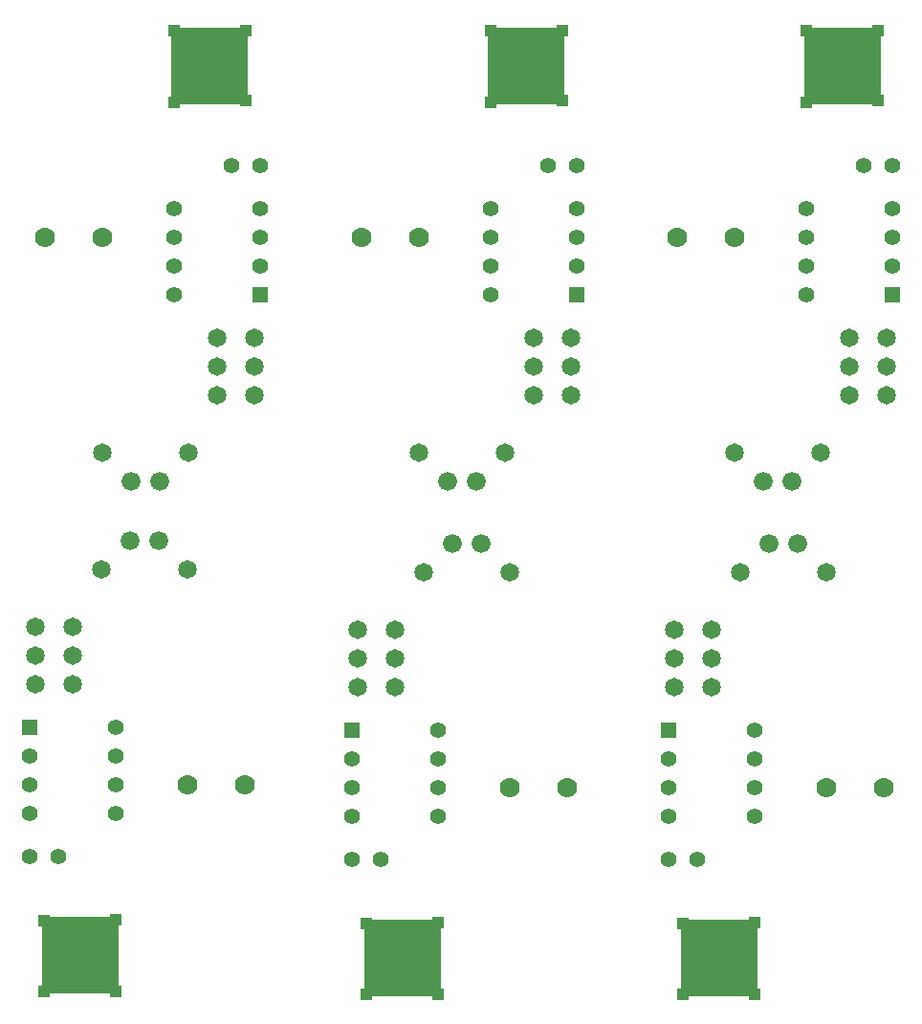
<source format=gbs>
%MOIN*%
%OFA0B0*%
%FSLAX46Y46*%
%IPPOS*%
%LPD*%
%ADD10C,0.005905511811023622*%
%ADD11C,0.065*%
%ADD12R,0.055000000000000007X0.055000000000000007*%
%ADD13C,0.055000000000000007*%
%ADD14C,0.07*%
%ADD15R,0.04X0.04*%
%ADD16R,0.27X0.27*%
%ADD17C,0.066*%
%ADD28C,0.005905511811023622*%
%ADD29C,0.065*%
%ADD30R,0.055000000000000007X0.055000000000000007*%
%ADD31C,0.055000000000000007*%
%ADD32C,0.07*%
%ADD33R,0.04X0.04*%
%ADD34R,0.27X0.27*%
%ADD35C,0.066*%
%ADD36C,0.005905511811023622*%
%ADD37C,0.065*%
%ADD38R,0.055000000000000007X0.055000000000000007*%
%ADD39C,0.055000000000000007*%
%ADD40C,0.07*%
%ADD41R,0.04X0.04*%
%ADD42R,0.27X0.27*%
%ADD43C,0.066*%
%ADD44C,0.005905511811023622*%
%ADD45C,0.065*%
%ADD46R,0.055000000000000007X0.055000000000000007*%
%ADD47C,0.055000000000000007*%
%ADD48C,0.07*%
%ADD49R,0.04X0.04*%
%ADD50R,0.27X0.27*%
%ADD51C,0.066*%
%ADD52C,0.005905511811023622*%
%ADD53C,0.065*%
%ADD54R,0.055000000000000007X0.055000000000000007*%
%ADD55C,0.055000000000000007*%
%ADD56C,0.07*%
%ADD57R,0.04X0.04*%
%ADD58R,0.27X0.27*%
%ADD59C,0.066*%
%ADD60C,0.005905511811023622*%
%ADD61C,0.065*%
%ADD62R,0.055000000000000007X0.055000000000000007*%
%ADD63C,0.055000000000000007*%
%ADD64C,0.07*%
%ADD65R,0.04X0.04*%
%ADD66R,0.27X0.27*%
%ADD67C,0.066*%
G01*
D10*
D11*
X-0005099999Y0005600000D02*
X0000250000Y0001450000D03*
X0000250000Y0001550000D03*
X0000250000Y0001350000D03*
X0000120000Y0001550000D03*
X0000120000Y0001450000D03*
X0000120000Y0001350000D03*
D12*
X0000100000Y0001200000D03*
D13*
X0000100000Y0001100000D03*
X0000100000Y0001000000D03*
X0000100000Y0000900000D03*
X0000400000Y0000900000D03*
X0000400000Y0001000000D03*
X0000400000Y0001100000D03*
X0000400000Y0001200000D03*
D14*
X0000850000Y0001000000D03*
X0000650000Y0001000000D03*
D11*
X0000650000Y0001750000D03*
X0000350000Y0001750000D03*
D15*
X0000400000Y0000530000D03*
X0000150000Y0000525000D03*
X0000400000Y0000280000D03*
X0000150000Y0000280000D03*
D16*
X0000275000Y0000405000D03*
D13*
X0000100000Y0000750000D03*
X0000200000Y0000750000D03*
D17*
X0000550000Y0001850000D03*
X0000450000Y0001850000D03*
G04 next file*
G04 #@! TF.FileFunction,Soldermask,Bot*
G04 Gerber Fmt 4.6, Leading zero omitted, Abs format (unit mm)*
G04 Created by KiCad (PCBNEW 4.0.7) date 02/16/20 19:40:50*
G01*
G04 APERTURE LIST*
G04 APERTURE END LIST*
D28*
D29*
X0006102362Y-0001692913D02*
X0000752362Y0002457086D03*
X0000752362Y0002357086D03*
X0000752362Y0002557086D03*
X0000882362Y0002357086D03*
X0000882362Y0002457086D03*
X0000882362Y0002557086D03*
D30*
X0000902362Y0002707086D03*
D31*
X0000902362Y0002807086D03*
X0000902362Y0002907086D03*
X0000902362Y0003007086D03*
X0000602362Y0003007086D03*
X0000602362Y0002907086D03*
X0000602362Y0002807086D03*
X0000602362Y0002707086D03*
D32*
X0000152362Y0002907086D03*
X0000352362Y0002907086D03*
D29*
X0000352362Y0002157086D03*
X0000652362Y0002157086D03*
D33*
X0000602362Y0003377086D03*
X0000852362Y0003382086D03*
X0000602362Y0003627086D03*
X0000852362Y0003627086D03*
D34*
X0000727362Y0003502086D03*
D31*
X0000902362Y0003157086D03*
X0000802362Y0003157086D03*
D35*
X0000452362Y0002057086D03*
X0000552362Y0002057086D03*
G04 next file*
G04 #@! TF.FileFunction,Soldermask,Bot*
G04 Gerber Fmt 4.6, Leading zero omitted, Abs format (unit mm)*
G04 Created by KiCad (PCBNEW 4.0.7) date 02/16/20 19:40:50*
G01*
G04 APERTURE LIST*
G04 APERTURE END LIST*
D36*
D37*
X-0003976377Y0005590551D02*
X0001373622Y0001440551D03*
X0001373622Y0001540551D03*
X0001373622Y0001340551D03*
X0001243622Y0001540551D03*
X0001243622Y0001440551D03*
X0001243622Y0001340551D03*
D38*
X0001223622Y0001190551D03*
D39*
X0001223622Y0001090551D03*
X0001223622Y0000990551D03*
X0001223622Y0000890551D03*
X0001523622Y0000890551D03*
X0001523622Y0000990551D03*
X0001523622Y0001090551D03*
X0001523622Y0001190551D03*
D40*
X0001973622Y0000990551D03*
X0001773622Y0000990551D03*
D37*
X0001773622Y0001740551D03*
X0001473622Y0001740551D03*
D41*
X0001523622Y0000520551D03*
X0001273622Y0000515551D03*
X0001523622Y0000270551D03*
X0001273622Y0000270551D03*
D42*
X0001398622Y0000395551D03*
D39*
X0001223622Y0000740551D03*
X0001323622Y0000740551D03*
D43*
X0001673622Y0001840551D03*
X0001573622Y0001840551D03*
G04 next file*
G04 #@! TF.FileFunction,Soldermask,Bot*
G04 Gerber Fmt 4.6, Leading zero omitted, Abs format (unit mm)*
G04 Created by KiCad (PCBNEW 4.0.7) date 02/16/20 19:40:50*
G01*
G04 APERTURE LIST*
G04 APERTURE END LIST*
D44*
D45*
X-0002874015Y0005590551D02*
X0002475984Y0001440551D03*
X0002475984Y0001540551D03*
X0002475984Y0001340551D03*
X0002345984Y0001540551D03*
X0002345984Y0001440551D03*
X0002345984Y0001340551D03*
D46*
X0002325984Y0001190551D03*
D47*
X0002325984Y0001090551D03*
X0002325984Y0000990551D03*
X0002325984Y0000890551D03*
X0002625984Y0000890551D03*
X0002625984Y0000990551D03*
X0002625984Y0001090551D03*
X0002625984Y0001190551D03*
D48*
X0003075984Y0000990551D03*
X0002875984Y0000990551D03*
D45*
X0002875984Y0001740551D03*
X0002575984Y0001740551D03*
D49*
X0002625984Y0000520551D03*
X0002375984Y0000515551D03*
X0002625984Y0000270551D03*
X0002375984Y0000270551D03*
D50*
X0002500984Y0000395551D03*
D47*
X0002325984Y0000740551D03*
X0002425984Y0000740551D03*
D51*
X0002775984Y0001840551D03*
X0002675984Y0001840551D03*
G04 next file*
G04 #@! TF.FileFunction,Soldermask,Bot*
G04 Gerber Fmt 4.6, Leading zero omitted, Abs format (unit mm)*
G04 Created by KiCad (PCBNEW 4.0.7) date 02/16/20 19:40:50*
G01*
G04 APERTURE LIST*
G04 APERTURE END LIST*
D52*
D53*
X0007204724Y-0001692913D02*
X0001854724Y0002457086D03*
X0001854724Y0002357086D03*
X0001854724Y0002557086D03*
X0001984724Y0002357086D03*
X0001984724Y0002457086D03*
X0001984724Y0002557086D03*
D54*
X0002004724Y0002707086D03*
D55*
X0002004724Y0002807086D03*
X0002004724Y0002907086D03*
X0002004724Y0003007086D03*
X0001704724Y0003007086D03*
X0001704724Y0002907086D03*
X0001704724Y0002807086D03*
X0001704724Y0002707086D03*
D56*
X0001254724Y0002907086D03*
X0001454724Y0002907086D03*
D53*
X0001454724Y0002157086D03*
X0001754724Y0002157086D03*
D57*
X0001704724Y0003377086D03*
X0001954724Y0003382086D03*
X0001704724Y0003627086D03*
X0001954724Y0003627086D03*
D58*
X0001829724Y0003502086D03*
D55*
X0002004724Y0003157086D03*
X0001904724Y0003157086D03*
D59*
X0001554724Y0002057086D03*
X0001654724Y0002057086D03*
G04 next file*
G04 #@! TF.FileFunction,Soldermask,Bot*
G04 Gerber Fmt 4.6, Leading zero omitted, Abs format (unit mm)*
G04 Created by KiCad (PCBNEW 4.0.7) date 02/16/20 19:40:50*
G01*
G04 APERTURE LIST*
G04 APERTURE END LIST*
D60*
D61*
X0008307086Y-0001692913D02*
X0002957086Y0002457086D03*
X0002957086Y0002357086D03*
X0002957086Y0002557086D03*
X0003087086Y0002357086D03*
X0003087086Y0002457086D03*
X0003087086Y0002557086D03*
D62*
X0003107086Y0002707086D03*
D63*
X0003107086Y0002807086D03*
X0003107086Y0002907086D03*
X0003107086Y0003007086D03*
X0002807086Y0003007086D03*
X0002807086Y0002907086D03*
X0002807086Y0002807086D03*
X0002807086Y0002707086D03*
D64*
X0002357086Y0002907086D03*
X0002557086Y0002907086D03*
D61*
X0002557086Y0002157086D03*
X0002857086Y0002157086D03*
D65*
X0002807086Y0003377086D03*
X0003057086Y0003382086D03*
X0002807086Y0003627086D03*
X0003057086Y0003627086D03*
D66*
X0002932086Y0003502086D03*
D63*
X0003107086Y0003157086D03*
X0003007086Y0003157086D03*
D67*
X0002657086Y0002057086D03*
X0002757086Y0002057086D03*
M02*
</source>
